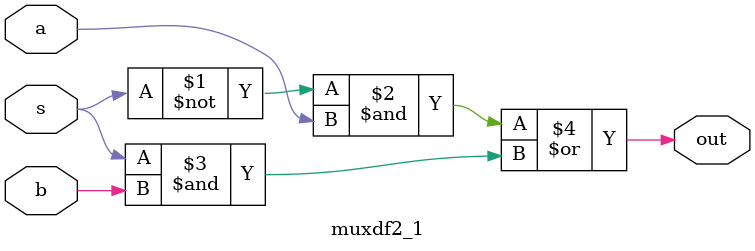
<source format=v>
`timescale 1ns / 1ps


module muxdf2_1(a,b,s,out);
 input a,b,s;
 output out;
 assign out = (~s&a)|(s&b);
endmodule

</source>
